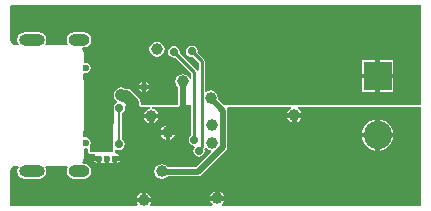
<source format=gbl>
G04*
G04 #@! TF.GenerationSoftware,Altium Limited,Altium Designer,20.1.12 (249)*
G04*
G04 Layer_Physical_Order=2*
G04 Layer_Color=16711680*
%FSLAX25Y25*%
%MOIN*%
G70*
G04*
G04 #@! TF.SameCoordinates,107415BC-DFEE-44E7-A37C-D126963BBEB2*
G04*
G04*
G04 #@! TF.FilePolarity,Positive*
G04*
G01*
G75*
%ADD10C,0.01000*%
%ADD15C,0.03937*%
%ADD37C,0.02000*%
%ADD38C,0.00700*%
%ADD39O,0.08661X0.03937*%
%ADD40O,0.07087X0.03937*%
%ADD41C,0.09449*%
%ADD42R,0.09449X0.09449*%
%ADD43C,0.02362*%
%ADD44C,0.02756*%
%ADD45C,0.04000*%
G36*
X2000Y68487D02*
X137000Y68487D01*
X138000Y68487D01*
X138029Y68492D01*
X138356Y68357D01*
X138492Y68028D01*
X138487Y68000D01*
X138487Y35000D01*
X72842D01*
X70693Y37148D01*
X70763Y37500D01*
X70572Y38463D01*
X70026Y39280D01*
X69210Y39825D01*
X68247Y40017D01*
X67283Y39825D01*
X66798Y39501D01*
X66298Y39768D01*
Y49722D01*
X66220Y50112D01*
X65999Y50443D01*
X63836Y52606D01*
X63915Y53000D01*
X63769Y53733D01*
X63354Y54354D01*
X62733Y54769D01*
X62000Y54915D01*
X61267Y54769D01*
X60646Y54354D01*
X60231Y53733D01*
X60085Y53000D01*
X60231Y52267D01*
X60646Y51646D01*
X61267Y51231D01*
X62000Y51085D01*
X62394Y51164D01*
X64258Y49300D01*
Y46665D01*
X63758Y46515D01*
X63621Y46721D01*
X57836Y52506D01*
X57915Y52900D01*
X57769Y53633D01*
X57354Y54254D01*
X56733Y54669D01*
X56000Y54815D01*
X55267Y54669D01*
X54646Y54254D01*
X54231Y53633D01*
X54085Y52900D01*
X54231Y52167D01*
X54646Y51546D01*
X55267Y51131D01*
X56000Y50985D01*
X56394Y51064D01*
X61880Y45578D01*
Y43735D01*
X61380Y43686D01*
X61325Y43963D01*
X60780Y44780D01*
X59963Y45325D01*
X59000Y45517D01*
X58037Y45325D01*
X57220Y44780D01*
X56675Y43963D01*
X56483Y43000D01*
X56675Y42037D01*
X57220Y41220D01*
X57471Y41053D01*
Y35000D01*
X45049D01*
Y35735D01*
X44855Y36710D01*
X44302Y37537D01*
X41959Y39880D01*
X41132Y40433D01*
X40157Y40627D01*
X39817D01*
X39476Y40855D01*
X38500Y41049D01*
X37525Y40855D01*
X36698Y40302D01*
X36145Y39476D01*
X35951Y38500D01*
X36145Y37525D01*
X36698Y36698D01*
X36989Y36406D01*
X36990Y36404D01*
X36974Y35927D01*
X36923Y35806D01*
X36546Y35554D01*
X36176Y35000D01*
X35913D01*
X35806Y22106D01*
X35785Y22000D01*
X35805Y21902D01*
X35786Y19680D01*
X35607Y19500D01*
X28000D01*
Y21569D01*
X28184Y21844D01*
X28314Y22500D01*
X28184Y23156D01*
X28000Y23431D01*
Y23633D01*
X27133Y24500D01*
X26013D01*
Y35000D01*
Y42642D01*
Y45903D01*
X26600Y45786D01*
X27256Y45916D01*
X27381Y46000D01*
X27402D01*
X27411Y46020D01*
X27812Y46288D01*
X28184Y46844D01*
X28314Y47500D01*
X28184Y48156D01*
X27812Y48712D01*
X27256Y49084D01*
X26600Y49214D01*
X26400Y49174D01*
X26013Y49491D01*
Y52500D01*
X26033D01*
X25840Y53469D01*
X25531Y53932D01*
X25798Y54432D01*
X25949D01*
X26912Y54624D01*
X27729Y55169D01*
X28274Y55986D01*
X28466Y56949D01*
X28274Y57912D01*
X27729Y58728D01*
X26912Y59274D01*
X25949Y59466D01*
X22799D01*
X21836Y59274D01*
X21020Y58728D01*
X20474Y57912D01*
X20282Y56949D01*
X20474Y55986D01*
X20789Y55513D01*
X20522Y55013D01*
X13265D01*
X12998Y55513D01*
X13314Y55986D01*
X13505Y56949D01*
X13314Y57912D01*
X12768Y58728D01*
X11951Y59274D01*
X10988Y59466D01*
X6264D01*
X5301Y59274D01*
X4484Y58728D01*
X3938Y57912D01*
X3747Y56949D01*
X3938Y55986D01*
X4254Y55513D01*
X3987Y55013D01*
X3500D01*
X3500Y55013D01*
X3500Y55013D01*
X3031Y55089D01*
X2733Y55148D01*
X2083Y55583D01*
X1648Y56233D01*
X1505Y56956D01*
X1513Y57000D01*
Y68000D01*
X1508Y68028D01*
X1643Y68357D01*
X1971Y68492D01*
X2000Y68487D01*
D02*
G37*
G36*
X61880Y25077D02*
X61546Y24854D01*
X61131Y24233D01*
X60985Y23500D01*
X61131Y22767D01*
X61546Y22146D01*
X62167Y21731D01*
X62734Y21618D01*
X62770Y21576D01*
X62940Y21176D01*
X62947Y21105D01*
X62631Y20633D01*
X62485Y19900D01*
X62631Y19167D01*
X63046Y18546D01*
X63667Y18131D01*
X64400Y17985D01*
X65133Y18131D01*
X65754Y18546D01*
X66169Y19167D01*
X66315Y19900D01*
X66169Y20633D01*
X66348Y20866D01*
X66912Y20883D01*
X67020Y20720D01*
X67837Y20175D01*
X68398Y20063D01*
X68563Y19521D01*
X63538Y14496D01*
X53970D01*
X53780Y14780D01*
X52963Y15325D01*
X52000Y15517D01*
X51037Y15325D01*
X50220Y14780D01*
X49675Y13963D01*
X49483Y13000D01*
X49675Y12037D01*
X50220Y11220D01*
X51037Y10675D01*
X52000Y10483D01*
X52963Y10675D01*
X53780Y11220D01*
X53924Y11437D01*
X64171D01*
X64757Y11553D01*
X65253Y11885D01*
X73450Y20082D01*
X73782Y20578D01*
X73898Y21163D01*
Y33310D01*
X73782Y33896D01*
X73739Y33959D01*
X74006Y34459D01*
X94969D01*
X95120Y33959D01*
X94455Y33514D01*
X93909Y32697D01*
X93867Y32484D01*
X98602D01*
X98559Y32697D01*
X98014Y33514D01*
X97348Y33959D01*
X97500Y34459D01*
X138487D01*
Y2000D01*
X138492Y1971D01*
X138356Y1643D01*
X138029Y1508D01*
X138000Y1513D01*
X72122D01*
X71970Y2013D01*
X72280Y2220D01*
X72825Y3037D01*
X72868Y3250D01*
X68132D01*
X68175Y3037D01*
X68720Y2220D01*
X69030Y2013D01*
X68878Y1513D01*
X48243D01*
X47976Y2013D01*
X48325Y2537D01*
X48368Y2750D01*
X43632D01*
X43675Y2537D01*
X44025Y2013D01*
X43757Y1513D01*
X2000D01*
X1971Y1508D01*
X1643Y1643D01*
X1508Y1971D01*
X1513Y2000D01*
Y13000D01*
X1505Y13044D01*
X1648Y13767D01*
X2083Y14417D01*
X2733Y14852D01*
X3031Y14911D01*
X3500Y14987D01*
X3500Y14987D01*
X3500Y14987D01*
X3987D01*
X4254Y14487D01*
X3938Y14014D01*
X3747Y13051D01*
X3938Y12088D01*
X4484Y11271D01*
X5301Y10726D01*
X6264Y10534D01*
X10988D01*
X11951Y10726D01*
X12768Y11271D01*
X13314Y12088D01*
X13505Y13051D01*
X13314Y14014D01*
X12998Y14487D01*
X13265Y14987D01*
X20522D01*
X20789Y14487D01*
X20474Y14014D01*
X20282Y13051D01*
X20474Y12088D01*
X21020Y11271D01*
X21836Y10726D01*
X22799Y10534D01*
X25949D01*
X26912Y10726D01*
X27729Y11271D01*
X28274Y12088D01*
X28466Y13051D01*
X28274Y14014D01*
X27729Y14831D01*
X26912Y15376D01*
X25949Y15568D01*
X25798D01*
X25531Y16068D01*
X25840Y16531D01*
X26033Y17500D01*
X26013D01*
Y20509D01*
X26400Y20826D01*
X26600Y20786D01*
X26959Y20857D01*
X27459Y20496D01*
Y19500D01*
X27617Y19117D01*
X28000Y18959D01*
X29541D01*
X29673Y18726D01*
X29746Y18459D01*
X29479Y18060D01*
X31000D01*
Y17310D01*
X31750D01*
Y15790D01*
X32019Y15969D01*
X32373Y16058D01*
X32727Y15969D01*
X32996Y15790D01*
Y17310D01*
X34496D01*
Y15790D01*
X34765Y15969D01*
X35119Y16058D01*
X35473Y15969D01*
X35742Y15790D01*
Y17310D01*
X36492D01*
Y18060D01*
X38013D01*
X37704Y18522D01*
X37148Y18894D01*
X36551Y19013D01*
X36531Y19028D01*
X36379Y19237D01*
X36247Y19485D01*
X36248Y19487D01*
X36327Y19675D01*
X36331Y20055D01*
X36833Y20321D01*
X36967Y20231D01*
X37700Y20085D01*
X38433Y20231D01*
X39054Y20646D01*
X39469Y21267D01*
X39615Y22000D01*
X39469Y22733D01*
X39054Y23354D01*
X38667Y23613D01*
Y32454D01*
X39254Y32846D01*
X39669Y33467D01*
X39815Y34200D01*
X39755Y34500D01*
X40165Y35000D01*
X44508D01*
X44666Y34617D01*
X45049Y34459D01*
X48159D01*
X48208Y33959D01*
X47537Y33825D01*
X46720Y33280D01*
X46175Y32463D01*
X46132Y32250D01*
X50868D01*
X50825Y32463D01*
X50280Y33280D01*
X49463Y33825D01*
X48792Y33959D01*
X48841Y34459D01*
X57471D01*
X57853Y34617D01*
X58012Y35000D01*
X61880D01*
Y25077D01*
D02*
G37*
%LPC*%
G36*
X50400Y56317D02*
X49437Y56125D01*
X48620Y55580D01*
X48075Y54763D01*
X47883Y53800D01*
X48075Y52837D01*
X48620Y52020D01*
X49437Y51475D01*
X50400Y51283D01*
X51363Y51475D01*
X52180Y52020D01*
X52725Y52837D01*
X52917Y53800D01*
X52725Y54763D01*
X52180Y55580D01*
X51363Y56125D01*
X50400Y56317D01*
D02*
G37*
G36*
X129161Y50067D02*
X124687D01*
Y45592D01*
X129161D01*
Y50067D01*
D02*
G37*
G36*
X123187D02*
X118713D01*
Y45592D01*
X123187D01*
Y50067D01*
D02*
G37*
G36*
X46850Y42957D02*
Y41950D01*
X47857D01*
X47454Y42554D01*
X46850Y42957D01*
D02*
G37*
G36*
X45350D02*
X44746Y42554D01*
X44342Y41950D01*
X45350D01*
Y42957D01*
D02*
G37*
G36*
X129161Y44093D02*
X124687D01*
Y39618D01*
X129161D01*
Y44093D01*
D02*
G37*
G36*
X123187D02*
X118713D01*
Y39618D01*
X123187D01*
Y44093D01*
D02*
G37*
G36*
X47857Y40450D02*
X46850D01*
Y39443D01*
X47454Y39846D01*
X47857Y40450D01*
D02*
G37*
G36*
X45350D02*
X44342D01*
X44746Y39846D01*
X45350Y39443D01*
Y40450D01*
D02*
G37*
G36*
X98602Y30984D02*
X96984D01*
Y29367D01*
X97197Y29409D01*
X98014Y29955D01*
X98559Y30771D01*
X98602Y30984D01*
D02*
G37*
G36*
X95484D02*
X93867D01*
X93909Y30771D01*
X94455Y29955D01*
X95271Y29409D01*
X95484Y29367D01*
Y30984D01*
D02*
G37*
G36*
X50868Y30750D02*
X49250D01*
Y29132D01*
X49463Y29175D01*
X50280Y29720D01*
X50825Y30537D01*
X50868Y30750D01*
D02*
G37*
G36*
X47750D02*
X46132D01*
X46175Y30537D01*
X46720Y29720D01*
X47537Y29175D01*
X47750Y29132D01*
Y30750D01*
D02*
G37*
G36*
X54750Y28368D02*
Y26750D01*
X56368D01*
X56325Y26963D01*
X55780Y27780D01*
X54963Y28325D01*
X54750Y28368D01*
D02*
G37*
G36*
X53250D02*
X53037Y28325D01*
X52220Y27780D01*
X51675Y26963D01*
X51632Y26750D01*
X53250D01*
Y28368D01*
D02*
G37*
G36*
X124687Y30328D02*
Y25907D01*
X129108D01*
X129027Y26521D01*
X128500Y27792D01*
X127663Y28884D01*
X126572Y29721D01*
X125301Y30247D01*
X124687Y30328D01*
D02*
G37*
G36*
X123187D02*
X122573Y30247D01*
X121302Y29721D01*
X120211Y28884D01*
X119374Y27792D01*
X118847Y26521D01*
X118766Y25907D01*
X123187D01*
Y30328D01*
D02*
G37*
G36*
X56368Y25250D02*
X54750D01*
Y23632D01*
X54963Y23675D01*
X55780Y24220D01*
X56325Y25037D01*
X56368Y25250D01*
D02*
G37*
G36*
X53250D02*
X51632D01*
X51675Y25037D01*
X52220Y24220D01*
X53037Y23675D01*
X53250Y23632D01*
Y25250D01*
D02*
G37*
G36*
X123187Y24408D02*
X118766D01*
X118847Y23794D01*
X119374Y22523D01*
X120211Y21431D01*
X121302Y20594D01*
X122573Y20067D01*
X123187Y19987D01*
Y24408D01*
D02*
G37*
G36*
X129108D02*
X124687D01*
Y19987D01*
X125301Y20067D01*
X126572Y20594D01*
X127663Y21431D01*
X128500Y22523D01*
X129027Y23794D01*
X129108Y24408D01*
D02*
G37*
G36*
X38013Y16560D02*
X37242D01*
Y15790D01*
X37704Y16098D01*
X38013Y16560D01*
D02*
G37*
G36*
X30250D02*
X29479D01*
X29788Y16098D01*
X30250Y15790D01*
Y16560D01*
D02*
G37*
G36*
X71250Y6368D02*
Y4750D01*
X72868D01*
X72825Y4963D01*
X72280Y5780D01*
X71463Y6325D01*
X71250Y6368D01*
D02*
G37*
G36*
X69750D02*
X69537Y6325D01*
X68720Y5780D01*
X68175Y4963D01*
X68132Y4750D01*
X69750D01*
Y6368D01*
D02*
G37*
G36*
X46750Y5868D02*
Y4250D01*
X48368D01*
X48325Y4463D01*
X47780Y5280D01*
X46963Y5825D01*
X46750Y5868D01*
D02*
G37*
G36*
X45250D02*
X45037Y5825D01*
X44220Y5280D01*
X43675Y4463D01*
X43632Y4250D01*
X45250D01*
Y5868D01*
D02*
G37*
%LPD*%
D10*
X65278Y21253D02*
Y49722D01*
X62900Y23500D02*
Y46000D01*
X56000Y52900D02*
X62900Y46000D01*
X62000Y53000D02*
X65278Y49722D01*
X64400Y20375D02*
X65278Y21253D01*
X64400Y19900D02*
Y20375D01*
D15*
X68800Y22500D02*
D03*
X68900Y28500D02*
D03*
X50400Y53800D02*
D03*
X70500Y4000D02*
D03*
X38500Y38500D02*
D03*
X46000Y3500D02*
D03*
X96234Y31734D02*
D03*
X54000Y26000D02*
D03*
X48500Y31500D02*
D03*
X68247Y37500D02*
D03*
X52000Y13000D02*
D03*
X59000Y43000D02*
D03*
D37*
X54000Y26000D02*
X59000Y31000D01*
Y43000D01*
X52000Y13000D02*
X52034Y12966D01*
X72369Y21163D02*
Y33310D01*
X68247Y37432D02*
Y37500D01*
X52034Y12966D02*
X64171D01*
X68247Y37432D02*
X72369Y33310D01*
X64171Y12966D02*
X72369Y21163D01*
D38*
X37800Y34100D02*
X37900Y34200D01*
X37800Y22100D02*
Y34100D01*
X37700Y22000D02*
X37800Y22100D01*
D39*
X8626Y13051D02*
D03*
Y56949D02*
D03*
D40*
X24374Y13051D02*
D03*
Y56949D02*
D03*
D41*
X123937Y25157D02*
D03*
D42*
Y44842D02*
D03*
D43*
X26600Y44350D02*
D03*
Y47500D02*
D03*
Y25650D02*
D03*
X31000Y17310D02*
D03*
X33746D02*
D03*
X36492D02*
D03*
X26600Y22500D02*
D03*
D44*
X34432Y21034D02*
D03*
X31900D02*
D03*
X37700Y22000D02*
D03*
X37900Y34200D02*
D03*
X46100Y41200D02*
D03*
X50400Y53800D02*
D03*
X62900Y23500D02*
D03*
X62000Y53000D02*
D03*
X64400Y19900D02*
D03*
X68800Y22500D02*
D03*
X56000Y52900D02*
D03*
X68900Y28500D02*
D03*
D45*
X40157Y38078D02*
X42500Y35735D01*
X38922Y38078D02*
X40157D01*
X42500Y33082D02*
Y35735D01*
X38500Y38500D02*
X38922Y38078D01*
M02*

</source>
